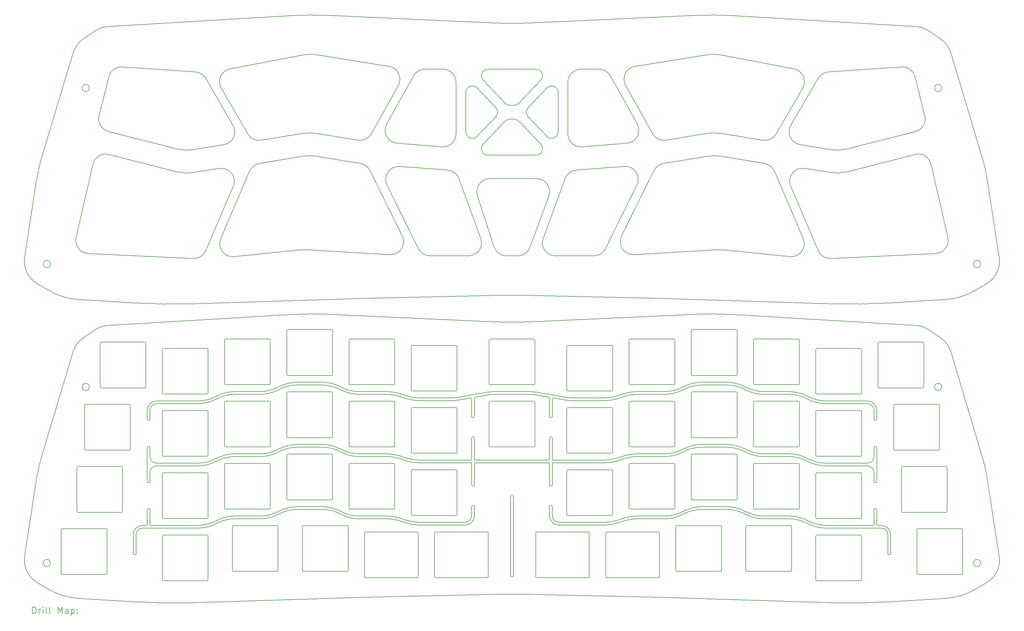
<source format=gbr>
%TF.GenerationSoftware,KiCad,Pcbnew,(6.0.7)*%
%TF.CreationDate,2022-09-18T01:13:12+03:00*%
%TF.ProjectId,tl40_fr4_gerbers,746c3430-5f66-4723-945f-676572626572,rev?*%
%TF.SameCoordinates,Original*%
%TF.FileFunction,Drillmap*%
%TF.FilePolarity,Positive*%
%FSLAX45Y45*%
G04 Gerber Fmt 4.5, Leading zero omitted, Abs format (unit mm)*
G04 Created by KiCad (PCBNEW (6.0.7)) date 2022-09-18 01:13:12*
%MOMM*%
%LPD*%
G01*
G04 APERTURE LIST*
%ADD10C,0.200000*%
G04 APERTURE END LIST*
D10*
X4463408Y-3154477D02*
G75*
G03*
X4047960Y-3456524I-27392J-399061D01*
G01*
X30783582Y-5940496D02*
X29823623Y-2733970D01*
X9560770Y-1588357D02*
X4029384Y-1918421D01*
X11672324Y-5401151D02*
G75*
G03*
X12086139Y-5200838I64279J394805D01*
G01*
X29541438Y-3801538D02*
G75*
G03*
X29541438Y-3801538I-110000J0D01*
G01*
X12086139Y-5200838D02*
X12906581Y-3726367D01*
X8711282Y-5402046D02*
X10001718Y-5191937D01*
X14674561Y-3626788D02*
G75*
G03*
X14274563Y-3226788I-399998J2D01*
G01*
X7565927Y-5539688D02*
X6631269Y-5691869D01*
X2259563Y-9195038D02*
G75*
G03*
X2259563Y-9195038I-110000J0D01*
G01*
X16787499Y-10150754D02*
X20865813Y-10241788D01*
X30732063Y-9195038D02*
G75*
G03*
X30732063Y-9195038I-110000J0D01*
G01*
X22783411Y-2789999D02*
G75*
G03*
X22369368Y-2783603I-225278J-1178667D01*
G01*
X22769908Y-5191937D02*
G75*
G03*
X22384218Y-5191937I-192845J-1184401D01*
G01*
X24060344Y-5402046D02*
X22769908Y-5191937D01*
X24060343Y-5402049D02*
G75*
G03*
X24470430Y-5208290I64279J394804D01*
G01*
X14243236Y-5602907D02*
G75*
G03*
X14674563Y-5204133I31326J398771D01*
G01*
X10387408Y-5191937D02*
X11672324Y-5401148D01*
X1988044Y-5940496D02*
G75*
G03*
X1836314Y-6613066I4789939J-1433999D01*
G01*
X31300404Y-8982517D02*
X30935312Y-6613066D01*
X7011236Y-3505520D02*
X7847450Y-4943842D01*
X22384218Y-5191937D02*
X21099301Y-5401148D01*
X20685489Y-5200836D02*
G75*
G03*
X21099301Y-5401148I349534J194491D01*
G01*
X30935312Y-6613066D02*
G75*
G03*
X30783582Y-5940496I-4941659J-761430D01*
G01*
X8301198Y-5208289D02*
G75*
G03*
X8711282Y-5402046I345805J201043D01*
G01*
X7011238Y-3505519D02*
G75*
G03*
X6692823Y-3307504I-345805J-201046D01*
G01*
X15832556Y-1810753D02*
X10828809Y-1579811D01*
X11905813Y-10241788D02*
X15984127Y-10150754D01*
X10387408Y-5191937D02*
G75*
G03*
X10001718Y-5191937I-192845J-1184401D01*
G01*
X1836314Y-6613066D02*
X1471221Y-8982517D01*
X16787499Y-10150754D02*
G75*
G03*
X15984127Y-10150754I-401686J-17995684D01*
G01*
X3101276Y-10276220D02*
X4878658Y-10385597D01*
X3450188Y-3801538D02*
G75*
G03*
X3450188Y-3801538I-110000J0D01*
G01*
X10402258Y-2783603D02*
G75*
G03*
X9988215Y-2789999I-188765J-1185063D01*
G01*
X1853589Y-9792306D02*
X2203366Y-9999898D01*
X12619970Y-3136855D02*
X10402258Y-2783603D01*
X4463408Y-3154477D02*
X6692823Y-3307504D01*
X13719744Y-3226788D02*
X14274563Y-3226788D01*
X1471221Y-8982517D02*
G75*
G03*
X1853589Y-9792306I790669J-121829D01*
G01*
X23210856Y-1588357D02*
G75*
G03*
X21942817Y-1579811I-714783J-11978718D01*
G01*
X14243237Y-5602904D02*
X12870728Y-5495084D01*
X12552521Y-4901822D02*
X13370211Y-3432297D01*
X3264779Y-2301711D02*
G75*
G03*
X2948003Y-2733970I449617J-661699D01*
G01*
X4029384Y-1918422D02*
G75*
G03*
X3627420Y-2055301I47649J-798574D01*
G01*
X10828809Y-1579810D02*
G75*
G03*
X9560770Y-1588357I-553256J-11987265D01*
G01*
X3627420Y-2055301D02*
X3264779Y-2301711D01*
X15832556Y-1810753D02*
G75*
G03*
X16939070Y-1810753I553257J11987220D01*
G01*
X2948003Y-2733970D02*
X1988044Y-5940496D01*
X28742242Y-1918421D02*
X23210856Y-1588357D01*
X3749551Y-4650160D02*
X4047960Y-3456524D01*
X13719744Y-3226788D02*
G75*
G03*
X13370211Y-3432297I-1J-399998D01*
G01*
X14674563Y-3626788D02*
X14674563Y-5204133D01*
X9988215Y-2789999D02*
X7758971Y-3216074D01*
X21942817Y-1579811D02*
X16939070Y-1810753D01*
X3749551Y-4650160D02*
G75*
G03*
X4038912Y-5134807I388056J-97015D01*
G01*
X12906584Y-3726368D02*
G75*
G03*
X12619970Y-3136855I-349531J194493D01*
G01*
X7565927Y-5539687D02*
G75*
G03*
X7847450Y-4943842I-64284J394802D01*
G01*
X30918037Y-9792307D02*
G75*
G03*
X31300404Y-8982517I-408304J687962D01*
G01*
X7758972Y-3216080D02*
G75*
G03*
X7488259Y-3810006I75091J-392886D01*
G01*
X12552522Y-4901822D02*
G75*
G03*
X12870728Y-5495084I349532J-194491D01*
G01*
X2203366Y-9999898D02*
G75*
G03*
X3101276Y-10276220I1020756J1719904D01*
G01*
X6142336Y-5670364D02*
X4038912Y-5134807D01*
X6142336Y-5670364D02*
G75*
G03*
X6631269Y-5691869I296087J1162899D01*
G01*
X7488259Y-3810006D02*
X8301195Y-5208290D01*
X4049819Y-5837584D02*
X6142336Y-6370364D01*
X28723668Y-3456524D02*
G75*
G03*
X28308217Y-3154477I-388055J-97012D01*
G01*
X7853821Y-6815120D02*
X7013818Y-8781305D01*
X7853821Y-6815120D02*
G75*
G03*
X7421702Y-6263170I-367837J157149D01*
G01*
X20219105Y-4901822D02*
X19401414Y-3432297D01*
X26629290Y-5670364D02*
X28732714Y-5134807D01*
X26078803Y-3307505D02*
G75*
G03*
X25760390Y-3505520I27390J-399060D01*
G01*
X10066573Y-8756712D02*
X12647944Y-8902930D01*
X13523757Y-8719300D02*
G75*
G03*
X13882213Y-8941788I358456J177515D01*
G01*
X14418440Y-6316667D02*
X12952057Y-6201473D01*
X25760390Y-3505520D02*
X24924176Y-4943842D01*
X22896219Y-8761144D02*
G75*
G03*
X22705053Y-8756712I-123306J-1193662D01*
G01*
X19900898Y-5495087D02*
G75*
G03*
X20219105Y-4901822I-31326J398772D01*
G01*
X28721807Y-5837584D02*
X26629290Y-6370364D01*
X10387408Y-5891937D02*
G75*
G03*
X10001718Y-5891937I-192845J-1184401D01*
G01*
X25283372Y-3810009D02*
G75*
G03*
X25012655Y-3216074I-345809J201044D01*
G01*
X29210349Y-6135668D02*
G75*
G03*
X28721807Y-5837584I-389847J-89548D01*
G01*
X29725970Y-8380396D02*
X29210350Y-6135667D01*
X29355314Y-8869485D02*
G75*
G03*
X29725970Y-8380396I-19192J399540D01*
G01*
X26144836Y-9023695D02*
X29355314Y-8869485D01*
X20151656Y-3136858D02*
G75*
G03*
X19865044Y-3726367I62917J-395017D01*
G01*
X7471515Y-8412187D02*
X8353136Y-6348587D01*
X13882213Y-8941788D02*
X15054905Y-8941788D01*
X18528389Y-5602904D02*
X19900898Y-5495084D01*
X7471514Y-8412187D02*
G75*
G03*
X7880452Y-8967219I367839J-157148D01*
G01*
X20151656Y-3136855D02*
X22369368Y-2783603D01*
X29022075Y-4650160D02*
X28723666Y-3456524D01*
X10066573Y-8756711D02*
G75*
G03*
X9875407Y-8761143I-67860J-1198094D01*
G01*
X13029019Y-8326058D02*
X12040805Y-6330535D01*
X8656691Y-6110935D02*
X10001718Y-5891937D01*
X12952057Y-6201472D02*
G75*
G03*
X12562276Y-6777757I-31324J-398774D01*
G01*
X12562276Y-6777757D02*
X13523758Y-8719300D01*
X15430580Y-8404425D02*
X14762788Y-6578076D01*
X25757806Y-8781306D02*
G75*
G03*
X26144836Y-9023695I367837J157151D01*
G01*
X26140357Y-6391869D02*
X25349924Y-6263170D01*
X22783411Y-2789999D02*
X25012655Y-3216074D01*
X6626790Y-9023693D02*
G75*
G03*
X7013818Y-8781305I19193J399538D01*
G01*
X18097063Y-3626788D02*
X18097063Y-5204133D01*
X19401414Y-3432297D02*
G75*
G03*
X19051882Y-3226788I-349532J-194489D01*
G01*
X18097066Y-5204133D02*
G75*
G03*
X18528389Y-5602904I399997J-3D01*
G01*
X4049819Y-5837583D02*
G75*
G03*
X3561275Y-6135667I-98696J-387633D01*
G01*
X6626790Y-9023695D02*
X3416311Y-8869485D01*
X28308217Y-3154477D02*
X26078803Y-3307504D01*
X6631269Y-6391869D02*
X7421702Y-6263170D01*
X8656691Y-6110935D02*
G75*
G03*
X8353136Y-6348587I64282J-394801D01*
G01*
X7880452Y-8967219D02*
X9875407Y-8761143D01*
X12647943Y-8902939D02*
G75*
G03*
X13029019Y-8326058I22620J399364D01*
G01*
X12040805Y-6330535D02*
G75*
G03*
X11746633Y-6113246I-358453J-177510D01*
G01*
X15054905Y-8941787D02*
G75*
G03*
X15430580Y-8404425I-2J400001D01*
G01*
X24924176Y-4943842D02*
G75*
G03*
X25205699Y-5539688I345807J-201044D01*
G01*
X25205699Y-5539688D02*
X26140357Y-5691869D01*
X3045655Y-8380396D02*
G75*
G03*
X3416311Y-8869485I389848J-89549D01*
G01*
X26140357Y-6391868D02*
G75*
G03*
X26629290Y-6370364I192846J1184403D01*
G01*
X19051882Y-3226788D02*
X18497063Y-3226788D01*
X3045655Y-8380396D02*
X3561275Y-6135667D01*
X10387408Y-5891937D02*
X11746633Y-6113246D01*
X6142336Y-6370364D02*
G75*
G03*
X6631269Y-6391869I296087J1162899D01*
G01*
X14762785Y-6578077D02*
G75*
G03*
X14418440Y-6316667I-375673J-137358D01*
G01*
X22769908Y-5891937D02*
G75*
G03*
X22384218Y-5891937I-192845J-1184401D01*
G01*
X18497063Y-3226785D02*
G75*
G03*
X18097063Y-3626788I0J-400000D01*
G01*
X20685487Y-5200838D02*
X19865044Y-3726367D01*
X25283367Y-3810006D02*
X24470430Y-5208290D01*
X28732715Y-5134812D02*
G75*
G03*
X29022075Y-4650160I-98702J387637D01*
G01*
X26140357Y-5691868D02*
G75*
G03*
X26629290Y-5670364I192846J1184403D01*
G01*
X16176671Y-4269256D02*
G75*
G03*
X16321696Y-4331531I145022J137720D01*
G01*
X17264201Y-5522816D02*
X16594954Y-4818073D01*
X17119175Y-5860538D02*
X15652439Y-5860538D01*
X22384218Y-5891937D02*
X21024993Y-6113246D01*
X16321696Y-4331531D02*
X16449929Y-4331531D01*
X19742606Y-8326058D02*
G75*
G03*
X20123682Y-8902930I358455J-177512D01*
G01*
X16594952Y-4818075D02*
G75*
G03*
X16449928Y-4755795I-145029J-137720D01*
G01*
X15507413Y-5522814D02*
G75*
G03*
X15652439Y-5860538I145030J-137721D01*
G01*
X25300111Y-8412187D02*
X24418490Y-6348587D01*
X25349923Y-6263175D02*
G75*
G03*
X24917805Y-6815120I-64280J-394801D01*
G01*
X18889413Y-8941787D02*
G75*
G03*
X19247868Y-8719300I0J400001D01*
G01*
X18353186Y-6316665D02*
G75*
G03*
X18008838Y-6578076I31327J-398771D01*
G01*
X24114935Y-6110935D02*
X22769908Y-5891937D01*
X24418490Y-6348587D02*
G75*
G03*
X24114935Y-6110935I-367837J-157149D01*
G01*
X22705053Y-8756712D02*
X20123682Y-8902930D01*
X19742607Y-8326058D02*
X20730821Y-6330535D01*
X21024993Y-6113247D02*
G75*
G03*
X20730821Y-6330535I64280J-394799D01*
G01*
X18889413Y-8941788D02*
X17716721Y-8941788D01*
X18353186Y-6316667D02*
X19819569Y-6201473D01*
X17119175Y-5860535D02*
G75*
G03*
X17264201Y-5522816I-2J200000D01*
G01*
X17264214Y-3564519D02*
G75*
G03*
X17119182Y-3226791I-145031J137723D01*
G01*
X16594954Y-4269254D02*
X17264209Y-3564514D01*
X16176672Y-4818072D02*
X15507413Y-5522815D01*
X16321697Y-4755795D02*
X16449928Y-4755795D01*
X16449929Y-4331529D02*
G75*
G03*
X16594954Y-4269254I4J199994D01*
G01*
X15507416Y-3564526D02*
X16176672Y-4269255D01*
X17341045Y-8404425D02*
G75*
G03*
X17716721Y-8941788I375678J-137361D01*
G01*
X20209348Y-6777756D02*
G75*
G03*
X19819569Y-6201473I-358455J177511D01*
G01*
X20209350Y-6777757D02*
X19247868Y-8719300D01*
X17341046Y-8404425D02*
X18008838Y-6578076D01*
X24891173Y-8967219D02*
G75*
G03*
X25300111Y-8412187I41100J397884D01*
G01*
X24891173Y-8967219D02*
X22896219Y-8761143D01*
X24917805Y-6815120D02*
X25757807Y-8781305D01*
X15652439Y-3226806D02*
G75*
G03*
X15507416Y-3564526I4J-200000D01*
G01*
X15652439Y-3226802D02*
X17119182Y-3226791D01*
X26219993Y-10410640D02*
G75*
G03*
X27892968Y-10385597I567370J17991015D01*
G01*
X27892968Y-10385597D02*
X29670350Y-10276220D01*
X29823621Y-2733971D02*
G75*
G03*
X29506846Y-2301711I-766388J-229435D01*
G01*
X29506846Y-2301711D02*
X29144206Y-2055301D01*
X29144206Y-2055301D02*
G75*
G03*
X28742242Y-1918421I-449613J-661695D01*
G01*
X6551633Y-10410640D02*
X11905813Y-10241788D01*
X30568259Y-9999898D02*
X30918037Y-9792306D01*
X20865813Y-10241788D02*
X26219993Y-10410640D01*
X29670350Y-10276221D02*
G75*
G03*
X30568259Y-9999898I-122847J1996225D01*
G01*
X4878658Y-10385597D02*
G75*
G03*
X6551633Y-10410640I1105605J17965972D01*
G01*
X16564920Y-8941783D02*
G75*
G03*
X16940594Y-8679151I3J399998D01*
G01*
X15319588Y-5285087D02*
X15892891Y-4681387D01*
X14974564Y-5147364D02*
G75*
G03*
X15319588Y-5285087I199999J-2D01*
G01*
X14974563Y-5147364D02*
X14974563Y-3939974D01*
X17797066Y-3939967D02*
G75*
G03*
X17452034Y-3802243I-200003J2D01*
G01*
X17797049Y-5147364D02*
X17797059Y-3939967D01*
X17512356Y-7115440D02*
G75*
G03*
X17136680Y-6578076I-375673J137364D01*
G01*
X15892890Y-4405940D02*
X15319587Y-3802249D01*
X16878731Y-4681386D02*
X17452023Y-5285084D01*
X15837518Y-8664849D02*
X15331913Y-7101138D01*
X16321697Y-4755798D02*
G75*
G03*
X16176672Y-4818072I-4J-199998D01*
G01*
X15892893Y-4681389D02*
G75*
G03*
X15892890Y-4405940I-145030J137723D01*
G01*
X17512355Y-7115439D02*
X16940594Y-8679151D01*
X15712513Y-6578075D02*
G75*
G03*
X15331913Y-7101138I0J-400001D01*
G01*
X16564920Y-8941788D02*
X16218118Y-8941788D01*
X16878734Y-4405942D02*
G75*
G03*
X16878731Y-4681386I145029J-137723D01*
G01*
X15837513Y-8664851D02*
G75*
G03*
X16218118Y-8941788I380600J123066D01*
G01*
X17452034Y-3802243D02*
X16878732Y-4405941D01*
X15319586Y-3802250D02*
G75*
G03*
X14974563Y-3939974I-145023J-137725D01*
G01*
X15712513Y-6578076D02*
X17136680Y-6578076D01*
X17452026Y-5285081D02*
G75*
G03*
X17797049Y-5147364I145027J137715D01*
G01*
X29541438Y-12953775D02*
G75*
G03*
X29541438Y-12953775I-110000J0D01*
G01*
X3450188Y-12953775D02*
G75*
G03*
X3450188Y-12953775I-110000J0D01*
G01*
X30732063Y-18347275D02*
G75*
G03*
X30732063Y-18347275I-110000J0D01*
G01*
X2259563Y-18347275D02*
G75*
G03*
X2259563Y-18347275I-110000J0D01*
G01*
X27442063Y-17194275D02*
G75*
G03*
X27467063Y-17169275I0J25000D01*
G01*
X27442063Y-17194275D02*
X26003254Y-17194275D01*
X27467063Y-16709275D02*
X27467063Y-17169275D01*
X27552063Y-17169275D02*
G75*
G03*
X27577063Y-17194275I25000J0D01*
G01*
X27552063Y-17169275D02*
X27552063Y-16709275D01*
X27692375Y-17194275D02*
X27577063Y-17194275D01*
X27692375Y-17279275D02*
X26003254Y-17279275D01*
X27977373Y-17479275D02*
G75*
G03*
X27692375Y-17194275I-285000J0D01*
G01*
X27892375Y-17479274D02*
G75*
G03*
X27692375Y-17279274I-200002J-2D01*
G01*
X27892375Y-18069025D02*
X27892375Y-17479274D01*
X27977375Y-18069025D02*
X27977375Y-17479275D01*
X27952375Y-18094028D02*
G75*
G03*
X27977375Y-18069025I-3J25003D01*
G01*
X27952375Y-18094025D02*
X27917375Y-18094025D01*
X27892373Y-18069025D02*
G75*
G03*
X27917375Y-18094025I25000J0D01*
G01*
X5079250Y-17194273D02*
G75*
G03*
X4794250Y-17479274I3J-285003D01*
G01*
X4794250Y-18069025D02*
X4794250Y-17479274D01*
X5079250Y-17194274D02*
X5194563Y-17194274D01*
X5079250Y-17279273D02*
G75*
G03*
X4879250Y-17479275I3J-200003D01*
G01*
X4879250Y-18069025D02*
X4879250Y-17479275D01*
X5079250Y-17279275D02*
X6768372Y-17279275D01*
X5304563Y-17169275D02*
G75*
G03*
X5329563Y-17194275I25000J0D01*
G01*
X5329563Y-17194275D02*
X6768372Y-17194275D01*
X5304563Y-16709275D02*
X5304563Y-17169275D01*
X5194563Y-17194276D02*
G75*
G03*
X5219563Y-17169274I0J25000D01*
G01*
X5219563Y-16709275D02*
X5219563Y-17169274D01*
X4854250Y-18094023D02*
G75*
G03*
X4879250Y-18069025I3J24998D01*
G01*
X4854250Y-18094025D02*
X4819250Y-18094025D01*
X4794253Y-18069025D02*
G75*
G03*
X4819250Y-18094025I25000J0D01*
G01*
X17162904Y-13118118D02*
X17989972Y-13269433D01*
X14781654Y-13269433D02*
X15608722Y-13118118D01*
X5304564Y-15574275D02*
X5304564Y-15859275D01*
X5304564Y-14804275D02*
X5304564Y-15089275D01*
X5244564Y-14779276D02*
G75*
G03*
X5219564Y-14804275I-1J-24999D01*
G01*
X5219564Y-14804275D02*
X5219564Y-15859275D01*
X5279564Y-14779275D02*
X5244564Y-14779275D01*
X5304563Y-14804275D02*
G75*
G03*
X5279564Y-14779275I-25000J0D01*
G01*
X5279564Y-15884276D02*
G75*
G03*
X5304564Y-15859275I-1J25001D01*
G01*
X5279564Y-15884275D02*
X5244564Y-15884275D01*
X5219563Y-15859275D02*
G75*
G03*
X5244564Y-15884275I25000J0D01*
G01*
X5504563Y-15374277D02*
G75*
G03*
X5304565Y-15574277I-1J-199998D01*
G01*
X5304563Y-15089275D02*
G75*
G03*
X5504563Y-15289275I200000J0D01*
G01*
X6768372Y-15374275D02*
X5504563Y-15374275D01*
X5504563Y-15289275D02*
X6768372Y-15289275D01*
X5244563Y-16684276D02*
G75*
G03*
X5219563Y-16709275I0J-25000D01*
G01*
X5244563Y-16684275D02*
X5279563Y-16684275D01*
X5304563Y-16709275D02*
G75*
G03*
X5279563Y-16684275I-25000J0D01*
G01*
X17618938Y-16614025D02*
X17618938Y-16899025D01*
X27467063Y-15574275D02*
X27467063Y-15859275D01*
X27467063Y-14804275D02*
X27467063Y-15089275D01*
X27467063Y-13669275D02*
X27467063Y-13954275D01*
X5219563Y-13669275D02*
X5219563Y-13954275D01*
X5219564Y-13954275D02*
G75*
G03*
X5244563Y-13979275I24999J-1D01*
G01*
X5244563Y-13979275D02*
X5279563Y-13979275D01*
X5279563Y-13979275D02*
G75*
G03*
X5304563Y-13954275I0J25000D01*
G01*
X5304563Y-13669275D02*
X5304563Y-13954275D01*
X5504564Y-13469275D02*
G75*
G03*
X5304563Y-13669275I-1J-200000D01*
G01*
X5504563Y-13384275D02*
G75*
G03*
X5219563Y-13669275I0J-285000D01*
G01*
X6768372Y-13469275D02*
X5504563Y-13469275D01*
X5504563Y-13384275D02*
X6768372Y-13384275D01*
X17508938Y-15194020D02*
G75*
G03*
X17533938Y-15169025I5J24995D01*
G01*
X17533938Y-14994025D02*
X17533938Y-15169025D01*
X17333938Y-15194025D02*
X17508938Y-15194025D01*
X17533943Y-15304025D02*
G75*
G03*
X17508938Y-15279025I-25000J0D01*
G01*
X17508938Y-15279025D02*
X17333938Y-15279025D01*
X17533938Y-15304025D02*
X17533938Y-15479025D01*
X17643938Y-15279030D02*
G75*
G03*
X17618938Y-15304025I-5J-24995D01*
G01*
X17618938Y-15479025D02*
X17618938Y-15304025D01*
X17818938Y-15279025D02*
X17643938Y-15279025D01*
X17618933Y-15169025D02*
G75*
G03*
X17643938Y-15194025I25000J0D01*
G01*
X17618938Y-14994025D02*
X17618938Y-15169025D01*
X17643938Y-15194025D02*
X17818938Y-15194025D01*
X15152683Y-15304025D02*
G75*
G03*
X15127688Y-15279025I-25000J0D01*
G01*
X15152688Y-15479025D02*
X15152688Y-15304025D01*
X14952688Y-15279025D02*
X15127688Y-15279025D01*
X15262688Y-15279030D02*
G75*
G03*
X15237688Y-15304025I-5J-24995D01*
G01*
X15237688Y-15479025D02*
X15237688Y-15304025D01*
X15262688Y-15279025D02*
X15437688Y-15279025D01*
X15237683Y-15169025D02*
G75*
G03*
X15262688Y-15194025I25000J0D01*
G01*
X15262688Y-15194025D02*
X15437688Y-15194025D01*
X15237688Y-15169025D02*
X15237688Y-14994025D01*
X15127688Y-15194020D02*
G75*
G03*
X15152688Y-15169025I5J24995D01*
G01*
X14952688Y-15194025D02*
X15127688Y-15194025D01*
X15152688Y-14994026D02*
X15152688Y-15169025D01*
X15152688Y-14513776D02*
X15152688Y-14994026D01*
X6768372Y-15374275D02*
G75*
G03*
X7309950Y-15245113I1J1200000D01*
G01*
X7364176Y-15217688D02*
X7309950Y-15245113D01*
X7905754Y-15088526D02*
G75*
G03*
X7364176Y-15217688I-2J-1199999D01*
G01*
X8673372Y-15088525D02*
X7905754Y-15088525D01*
X17618938Y-15479025D02*
X17618938Y-15959275D01*
X17818938Y-15279025D02*
X19240206Y-15279025D01*
X17818938Y-15194025D02*
X19240206Y-15194025D01*
X17618938Y-14513775D02*
X17618938Y-14994025D01*
X17989972Y-13354432D02*
G75*
G03*
X18205932Y-13374025I215961J1180407D01*
G01*
X19240206Y-13374025D02*
X18205932Y-13374025D01*
X17648437Y-13291948D02*
X17989972Y-13354433D01*
X17989972Y-13269432D02*
G75*
G03*
X18205931Y-13289025I215961J1180407D01*
G01*
X18205931Y-13289025D02*
X19240206Y-13289025D01*
X17162904Y-13203118D02*
G75*
G03*
X16946945Y-13183525I-215961J-1180407D01*
G01*
X17162904Y-13203118D02*
X17513437Y-13267249D01*
X16946945Y-13183525D02*
X15824681Y-13183525D01*
X17162904Y-13118118D02*
G75*
G03*
X16946945Y-13098525I-215961J-1180407D01*
G01*
X15824681Y-13098525D02*
X16946945Y-13098525D01*
X15824681Y-13183525D02*
G75*
G03*
X15608722Y-13203118I2J-1200000D01*
G01*
X15258189Y-13267249D02*
X15608722Y-13203118D01*
X15824681Y-13098525D02*
G75*
G03*
X15608722Y-13118118I2J-1200000D01*
G01*
X14565695Y-13374026D02*
G75*
G03*
X14781654Y-13354433I-2J1200000D01*
G01*
X14781654Y-13354433D02*
X15123189Y-13291948D01*
X14565695Y-13374025D02*
X13531420Y-13374025D01*
X14565695Y-13289026D02*
G75*
G03*
X14781654Y-13269433I-2J1200000D01*
G01*
X13531420Y-13289025D02*
X14565695Y-13289025D01*
X15152678Y-13316540D02*
G75*
G03*
X15123189Y-13291948I-24995J4D01*
G01*
X15152688Y-13863775D02*
X15152688Y-13316540D01*
X15258189Y-13267249D02*
G75*
G03*
X15237688Y-13291841I4504J-24596D01*
G01*
X15237688Y-13863775D02*
X15237688Y-13291841D01*
X17533938Y-13291841D02*
G75*
G03*
X17513437Y-13267249I-25005J-4D01*
G01*
X17533938Y-13863775D02*
X17533938Y-13291841D01*
X17648439Y-13291938D02*
G75*
G03*
X17618938Y-13316540I-4496J-24598D01*
G01*
X17618938Y-13863775D02*
X17618938Y-13316540D01*
X17533938Y-15479025D02*
X17533938Y-15959275D01*
X17333938Y-15279025D02*
X15437688Y-15279025D01*
X15437688Y-15194025D02*
X17333938Y-15194025D01*
X17533938Y-14513775D02*
X17533938Y-14994025D01*
X15237688Y-14513775D02*
X15237688Y-14994025D01*
X15237688Y-15479025D02*
X15237688Y-15959275D01*
X15152688Y-15479025D02*
X15152688Y-15959275D01*
X13531420Y-15279025D02*
X14952688Y-15279025D01*
X13531420Y-15194025D02*
X14952688Y-15194025D01*
X16428313Y-16311650D02*
X16428313Y-18739026D01*
X16343313Y-16311650D02*
X16343313Y-18739026D01*
X16368313Y-16286645D02*
G75*
G03*
X16343313Y-16311650I0J-25000D01*
G01*
X16368313Y-16286650D02*
X16403313Y-16286650D01*
X16428318Y-16311650D02*
G75*
G03*
X16403313Y-16286650I-25005J-5D01*
G01*
X16343313Y-18739026D02*
G75*
G03*
X16368313Y-18764026I25000J0D01*
G01*
X16368313Y-18764026D02*
X16403313Y-18764026D01*
X16403313Y-18764025D02*
G75*
G03*
X16428313Y-18739026I0J25000D01*
G01*
X19240206Y-17184025D02*
X17818938Y-17184025D01*
X17818938Y-17099025D02*
X19240206Y-17099025D01*
X17558938Y-16589030D02*
G75*
G03*
X17533938Y-16614025I-5J-24995D01*
G01*
X17533938Y-16899025D02*
X17533938Y-16614025D01*
X17558938Y-16589025D02*
X17593938Y-16589025D01*
X17618943Y-16614025D02*
G75*
G03*
X17593938Y-16589025I-25000J0D01*
G01*
X17618943Y-16899025D02*
G75*
G03*
X17818938Y-17099025I200000J0D01*
G01*
X17533943Y-16899025D02*
G75*
G03*
X17818938Y-17184025I285000J0D01*
G01*
X17533933Y-13863775D02*
G75*
G03*
X17558938Y-13888775I25000J0D01*
G01*
X17558938Y-13888775D02*
X17593938Y-13888775D01*
X17593938Y-13888770D02*
G75*
G03*
X17618938Y-13863775I5J24995D01*
G01*
X17533933Y-15959275D02*
G75*
G03*
X17558938Y-15984275I25000J0D01*
G01*
X17558938Y-15984275D02*
X17593938Y-15984275D01*
X17593938Y-15984270D02*
G75*
G03*
X17618938Y-15959275I5J24995D01*
G01*
X17558938Y-14488780D02*
G75*
G03*
X17533938Y-14513775I-5J-24995D01*
G01*
X17558938Y-14488775D02*
X17593938Y-14488775D01*
X17618943Y-14513775D02*
G75*
G03*
X17593938Y-14488775I-25000J0D01*
G01*
X14952688Y-17184025D02*
X13531420Y-17184025D01*
X13531420Y-17099025D02*
X14952688Y-17099025D01*
X15177688Y-16589030D02*
G75*
G03*
X15152688Y-16614025I-5J-24995D01*
G01*
X15152688Y-16614025D02*
X15152688Y-16899025D01*
X15177688Y-16589025D02*
X15212688Y-16589025D01*
X15237693Y-16614025D02*
G75*
G03*
X15212688Y-16589025I-25000J0D01*
G01*
X15237688Y-16614025D02*
X15237688Y-16899025D01*
X14952688Y-17099020D02*
G75*
G03*
X15152688Y-16899025I5J199995D01*
G01*
X14952688Y-17184030D02*
G75*
G03*
X15237688Y-16899025I-5J285005D01*
G01*
X15152683Y-15959275D02*
G75*
G03*
X15177688Y-15984275I25000J0D01*
G01*
X15177688Y-15984275D02*
X15212688Y-15984275D01*
X15212688Y-15984270D02*
G75*
G03*
X15237688Y-15959275I5J24995D01*
G01*
X15152683Y-13863775D02*
G75*
G03*
X15177688Y-13888775I25000J0D01*
G01*
X15177688Y-13888775D02*
X15212688Y-13888775D01*
X15212688Y-13888770D02*
G75*
G03*
X15237688Y-13863775I5J24995D01*
G01*
X15177688Y-14488780D02*
G75*
G03*
X15152688Y-14513775I-5J-24995D01*
G01*
X15177688Y-14488775D02*
X15212688Y-14488775D01*
X15237693Y-14513775D02*
G75*
G03*
X15212688Y-14488775I-25000J0D01*
G01*
X19287688Y-18794025D02*
X20865813Y-18794025D01*
X19287688Y-17394025D02*
X20865813Y-17394025D01*
X18722688Y-18794025D02*
X17144563Y-18794025D01*
X17144563Y-17394025D02*
X18722688Y-17394025D01*
X14048938Y-18794025D02*
X15627063Y-18794025D01*
X14048938Y-17394025D02*
X15627063Y-17394025D01*
X13483938Y-18794025D02*
X11905813Y-18794025D01*
X11905813Y-17394025D02*
X13483938Y-17394025D01*
X7054563Y-18889275D02*
G75*
G03*
X7084563Y-18859275I0J30000D01*
G01*
X5684563Y-18859275D02*
G75*
G03*
X5714563Y-18889275I30000J0D01*
G01*
X7084563Y-17519275D02*
G75*
G03*
X7054563Y-17489275I-30000J0D01*
G01*
X5714563Y-17489275D02*
G75*
G03*
X5684563Y-17519275I0J-30000D01*
G01*
X7084563Y-17519275D02*
X7084563Y-18859275D01*
X5684563Y-17519275D02*
X5684563Y-18859275D01*
X5714563Y-18889275D02*
X7054563Y-18889275D01*
X5714563Y-17489275D02*
X7054563Y-17489275D01*
X27057063Y-18889275D02*
G75*
G03*
X27087063Y-18859275I0J30000D01*
G01*
X25687063Y-18859275D02*
G75*
G03*
X25717063Y-18889275I30000J0D01*
G01*
X27087063Y-17519275D02*
G75*
G03*
X27057063Y-17489275I-30000J0D01*
G01*
X25717063Y-17489275D02*
G75*
G03*
X25687063Y-17519275I0J-30000D01*
G01*
X27087063Y-17519275D02*
X27087063Y-18859275D01*
X25687063Y-17519275D02*
X25687063Y-18859275D01*
X25717063Y-18889275D02*
X27057063Y-18889275D01*
X25717063Y-17489275D02*
X27057063Y-17489275D01*
X20865813Y-18794025D02*
G75*
G03*
X20895813Y-18764025I0J30000D01*
G01*
X20895813Y-17424025D02*
G75*
G03*
X20865813Y-17394025I-30000J0D01*
G01*
X20895813Y-17424025D02*
X20895813Y-18764025D01*
X19257693Y-18764025D02*
G75*
G03*
X19287688Y-18794025I30000J0D01*
G01*
X19287688Y-17394020D02*
G75*
G03*
X19257688Y-17424025I5J-30005D01*
G01*
X19257688Y-17424025D02*
X19257688Y-18764025D01*
X18722688Y-18794030D02*
G75*
G03*
X18752688Y-18764025I-5J30005D01*
G01*
X18752683Y-17424025D02*
G75*
G03*
X18722688Y-17394025I-30000J0D01*
G01*
X18752688Y-17424025D02*
X18752688Y-18764025D01*
X17114563Y-18764025D02*
G75*
G03*
X17144563Y-18794025I30000J0D01*
G01*
X17144563Y-17394025D02*
G75*
G03*
X17114563Y-17424025I0J-30000D01*
G01*
X17114563Y-17424025D02*
X17114563Y-18764025D01*
X15627063Y-18794025D02*
G75*
G03*
X15657063Y-18764025I0J30000D01*
G01*
X15657063Y-17424025D02*
G75*
G03*
X15627063Y-17394025I-30000J0D01*
G01*
X15657063Y-17424025D02*
X15657063Y-18764025D01*
X14018943Y-18764025D02*
G75*
G03*
X14048938Y-18794025I30000J0D01*
G01*
X14048938Y-17394020D02*
G75*
G03*
X14018938Y-17424025I5J-30005D01*
G01*
X14018938Y-17424025D02*
X14018938Y-18764025D01*
X13483938Y-18794030D02*
G75*
G03*
X13513938Y-18764025I-5J30005D01*
G01*
X13513933Y-17424025D02*
G75*
G03*
X13483938Y-17394025I-30000J0D01*
G01*
X13513938Y-17424025D02*
X13513938Y-18764025D01*
X11875813Y-18764025D02*
G75*
G03*
X11905813Y-18794025I30000J0D01*
G01*
X11905813Y-17394025D02*
G75*
G03*
X11875813Y-17424025I0J-30000D01*
G01*
X11875813Y-17424025D02*
X11875813Y-18764025D01*
X30152688Y-18698780D02*
G75*
G03*
X30182688Y-18668775I-5J30005D01*
G01*
X28782693Y-18668775D02*
G75*
G03*
X28812688Y-18698775I30000J0D01*
G01*
X30182683Y-17328775D02*
G75*
G03*
X30152688Y-17298775I-30000J0D01*
G01*
X28812688Y-17298770D02*
G75*
G03*
X28782688Y-17328775I5J-30005D01*
G01*
X30182688Y-17328775D02*
X30182688Y-18668775D01*
X28782688Y-17328775D02*
X28782688Y-18668775D01*
X28812688Y-18698775D02*
X30152688Y-18698775D01*
X28812688Y-17298775D02*
X30152688Y-17298775D01*
X3958938Y-18698780D02*
G75*
G03*
X3988938Y-18668775I-5J30005D01*
G01*
X2588943Y-18668775D02*
G75*
G03*
X2618938Y-18698775I30000J0D01*
G01*
X3988933Y-17328775D02*
G75*
G03*
X3958938Y-17298775I-30000J0D01*
G01*
X2618938Y-17298770D02*
G75*
G03*
X2588938Y-17328775I5J-30005D01*
G01*
X3988938Y-17328775D02*
X3988938Y-18668775D01*
X2588938Y-17328775D02*
X2588938Y-18668775D01*
X2618938Y-18698775D02*
X3958938Y-18698775D01*
X2618938Y-17298775D02*
X3958938Y-17298775D01*
X24913938Y-18603530D02*
G75*
G03*
X24943938Y-18573525I-5J30005D01*
G01*
X23543943Y-18573525D02*
G75*
G03*
X23573938Y-18603525I30000J0D01*
G01*
X24943933Y-17233525D02*
G75*
G03*
X24913938Y-17203525I-30000J0D01*
G01*
X23573938Y-17203520D02*
G75*
G03*
X23543938Y-17233525I5J-30005D01*
G01*
X24943938Y-17233525D02*
X24943938Y-18573525D01*
X23543938Y-17233525D02*
X23543938Y-18573525D01*
X23573938Y-18603525D02*
X24913938Y-18603525D01*
X23573938Y-17203525D02*
X24913938Y-17203525D01*
X22770813Y-18603525D02*
G75*
G03*
X22800813Y-18573525I0J30000D01*
G01*
X21400813Y-18573525D02*
G75*
G03*
X21430813Y-18603525I30000J0D01*
G01*
X22800813Y-17233525D02*
G75*
G03*
X22770813Y-17203525I-30000J0D01*
G01*
X21430813Y-17203525D02*
G75*
G03*
X21400813Y-17233525I0J-30000D01*
G01*
X22800813Y-17233525D02*
X22800813Y-18573525D01*
X21400813Y-17233525D02*
X21400813Y-18573525D01*
X21430813Y-18603525D02*
X22770813Y-18603525D01*
X21430813Y-17203525D02*
X22770813Y-17203525D01*
X11340813Y-18603525D02*
G75*
G03*
X11370813Y-18573525I0J30000D01*
G01*
X9970813Y-18573525D02*
G75*
G03*
X10000813Y-18603525I30000J0D01*
G01*
X11370813Y-17233525D02*
G75*
G03*
X11340813Y-17203525I-30000J0D01*
G01*
X10000813Y-17203525D02*
G75*
G03*
X9970813Y-17233525I0J-30000D01*
G01*
X11370813Y-17233525D02*
X11370813Y-18573525D01*
X9970813Y-17233525D02*
X9970813Y-18573525D01*
X10000813Y-18603525D02*
X11340813Y-18603525D01*
X10000813Y-17203525D02*
X11340813Y-17203525D01*
X9197688Y-18603530D02*
G75*
G03*
X9227688Y-18573525I-5J30005D01*
G01*
X7827693Y-18573525D02*
G75*
G03*
X7857688Y-18603525I30000J0D01*
G01*
X9227683Y-17233525D02*
G75*
G03*
X9197688Y-17203525I-30000J0D01*
G01*
X7857688Y-17203520D02*
G75*
G03*
X7827688Y-17233525I5J-30005D01*
G01*
X9227688Y-17233525D02*
X9227688Y-18573525D01*
X7827688Y-17233525D02*
X7827688Y-18573525D01*
X7857688Y-18603525D02*
X9197688Y-18603525D01*
X7857688Y-17203525D02*
X9197688Y-17203525D01*
X27057063Y-16984275D02*
G75*
G03*
X27087063Y-16954275I0J30000D01*
G01*
X25687063Y-16954275D02*
G75*
G03*
X25717063Y-16984275I30000J0D01*
G01*
X27087063Y-15614275D02*
G75*
G03*
X27057063Y-15584275I-30000J0D01*
G01*
X25717063Y-15584275D02*
G75*
G03*
X25687063Y-15614275I0J-30000D01*
G01*
X27087063Y-15614275D02*
X27087063Y-16954275D01*
X25687063Y-15614275D02*
X25687063Y-16954275D01*
X25717063Y-16984275D02*
X27057063Y-16984275D01*
X25717063Y-15584275D02*
X27057063Y-15584275D01*
X7054563Y-16984275D02*
G75*
G03*
X7084563Y-16954275I0J30000D01*
G01*
X5684563Y-16954275D02*
G75*
G03*
X5714563Y-16984275I30000J0D01*
G01*
X7084563Y-15614275D02*
G75*
G03*
X7054563Y-15584275I-30000J0D01*
G01*
X5714563Y-15584275D02*
G75*
G03*
X5684563Y-15614275I0J-30000D01*
G01*
X7084563Y-15614275D02*
X7084563Y-16954275D01*
X5684563Y-15614275D02*
X5684563Y-16954275D01*
X5714563Y-16984275D02*
X7054563Y-16984275D01*
X5714563Y-15584275D02*
X7054563Y-15584275D01*
X19437063Y-16889025D02*
G75*
G03*
X19467063Y-16859025I0J30000D01*
G01*
X18067063Y-16859025D02*
G75*
G03*
X18097063Y-16889025I30000J0D01*
G01*
X19467063Y-15519025D02*
G75*
G03*
X19437063Y-15489025I-30000J0D01*
G01*
X18097063Y-15489025D02*
G75*
G03*
X18067063Y-15519025I0J-30000D01*
G01*
X19467063Y-15519025D02*
X19467063Y-16859025D01*
X18067063Y-15519025D02*
X18067063Y-16859025D01*
X18097063Y-16889025D02*
X19437063Y-16889025D01*
X18097063Y-15489025D02*
X19437063Y-15489025D01*
X14674563Y-16889025D02*
G75*
G03*
X14704563Y-16859025I0J30000D01*
G01*
X13304563Y-16859025D02*
G75*
G03*
X13334563Y-16889025I30000J0D01*
G01*
X14704563Y-15519025D02*
G75*
G03*
X14674563Y-15489025I-30000J0D01*
G01*
X13334563Y-15489025D02*
G75*
G03*
X13304563Y-15519025I0J-30000D01*
G01*
X14704563Y-15519025D02*
X14704563Y-16859025D01*
X13304563Y-15519025D02*
X13304563Y-16859025D01*
X13334563Y-16889025D02*
X14674563Y-16889025D01*
X13334563Y-15489025D02*
X14674563Y-15489025D01*
X29676438Y-16793780D02*
G75*
G03*
X29706438Y-16763775I-5J30005D01*
G01*
X28306443Y-16763775D02*
G75*
G03*
X28336438Y-16793775I30000J0D01*
G01*
X29706433Y-15423775D02*
G75*
G03*
X29676438Y-15393775I-30000J0D01*
G01*
X28336438Y-15393770D02*
G75*
G03*
X28306438Y-15423775I5J-30005D01*
G01*
X29706438Y-15423775D02*
X29706438Y-16763775D01*
X28306438Y-15423775D02*
X28306438Y-16763775D01*
X28336438Y-16793775D02*
X29676438Y-16793775D01*
X28336438Y-15393775D02*
X29676438Y-15393775D01*
X4435188Y-16793780D02*
G75*
G03*
X4465188Y-16763775I-5J30005D01*
G01*
X3065193Y-16763775D02*
G75*
G03*
X3095188Y-16793775I30000J0D01*
G01*
X4465183Y-15423775D02*
G75*
G03*
X4435188Y-15393775I-30000J0D01*
G01*
X3095188Y-15393770D02*
G75*
G03*
X3065188Y-15423775I5J-30005D01*
G01*
X4465188Y-15423775D02*
X4465188Y-16763775D01*
X3065188Y-15423775D02*
X3065188Y-16763775D01*
X3095188Y-16793775D02*
X4435188Y-16793775D01*
X3095188Y-15393775D02*
X4435188Y-15393775D01*
X25152063Y-16698525D02*
G75*
G03*
X25182063Y-16668525I0J30000D01*
G01*
X23782063Y-16668525D02*
G75*
G03*
X23812063Y-16698525I30000J0D01*
G01*
X25182063Y-15328525D02*
G75*
G03*
X25152063Y-15298525I-30000J0D01*
G01*
X23812063Y-15298525D02*
G75*
G03*
X23782063Y-15328525I0J-30000D01*
G01*
X25182063Y-15328525D02*
X25182063Y-16668525D01*
X23782063Y-15328525D02*
X23782063Y-16668525D01*
X23812063Y-16698525D02*
X25152063Y-16698525D01*
X23812063Y-15298525D02*
X25152063Y-15298525D01*
X21342063Y-16698525D02*
G75*
G03*
X21372063Y-16668525I0J30000D01*
G01*
X19972063Y-16668525D02*
G75*
G03*
X20002063Y-16698525I30000J0D01*
G01*
X21372063Y-15328525D02*
G75*
G03*
X21342063Y-15298525I-30000J0D01*
G01*
X20002063Y-15298525D02*
G75*
G03*
X19972063Y-15328525I0J-30000D01*
G01*
X21372063Y-15328525D02*
X21372063Y-16668525D01*
X19972063Y-15328525D02*
X19972063Y-16668525D01*
X20002063Y-16698525D02*
X21342063Y-16698525D01*
X20002063Y-15298525D02*
X21342063Y-15298525D01*
X12769563Y-16698525D02*
G75*
G03*
X12799563Y-16668525I0J30000D01*
G01*
X11399563Y-16668525D02*
G75*
G03*
X11429563Y-16698525I30000J0D01*
G01*
X12799563Y-15328525D02*
G75*
G03*
X12769563Y-15298525I-30000J0D01*
G01*
X11429563Y-15298525D02*
G75*
G03*
X11399563Y-15328525I0J-30000D01*
G01*
X12799563Y-15328525D02*
X12799563Y-16668525D01*
X11399563Y-15328525D02*
X11399563Y-16668525D01*
X11429563Y-16698525D02*
X12769563Y-16698525D01*
X11429563Y-15298525D02*
X12769563Y-15298525D01*
X8959563Y-16698525D02*
G75*
G03*
X8989563Y-16668525I0J30000D01*
G01*
X7589563Y-16668525D02*
G75*
G03*
X7619563Y-16698525I30000J0D01*
G01*
X8989563Y-15328525D02*
G75*
G03*
X8959563Y-15298525I-30000J0D01*
G01*
X7619563Y-15298525D02*
G75*
G03*
X7589563Y-15328525I0J-30000D01*
G01*
X8989563Y-15328525D02*
X8989563Y-16668525D01*
X7589563Y-15328525D02*
X7589563Y-16668525D01*
X7619563Y-16698525D02*
X8959563Y-16698525D01*
X7619563Y-15298525D02*
X8959563Y-15298525D01*
X23247063Y-16412775D02*
G75*
G03*
X23277063Y-16382775I0J30000D01*
G01*
X21877063Y-16382775D02*
G75*
G03*
X21907063Y-16412775I30000J0D01*
G01*
X23277063Y-15042775D02*
G75*
G03*
X23247063Y-15012775I-30000J0D01*
G01*
X21907063Y-15012775D02*
G75*
G03*
X21877063Y-15042775I0J-30000D01*
G01*
X23277063Y-15042775D02*
X23277063Y-16382775D01*
X21877063Y-15042775D02*
X21877063Y-16382775D01*
X21907063Y-16412775D02*
X23247063Y-16412775D01*
X21907063Y-15012775D02*
X23247063Y-15012775D01*
X10864563Y-16412775D02*
G75*
G03*
X10894563Y-16382775I0J30000D01*
G01*
X9494563Y-16382775D02*
G75*
G03*
X9524563Y-16412775I30000J0D01*
G01*
X10894563Y-15042775D02*
G75*
G03*
X10864563Y-15012775I-30000J0D01*
G01*
X9524563Y-15012775D02*
G75*
G03*
X9494563Y-15042775I0J-30000D01*
G01*
X10894563Y-15042775D02*
X10894563Y-16382775D01*
X9494563Y-15042775D02*
X9494563Y-16382775D01*
X9524563Y-16412775D02*
X10864563Y-16412775D01*
X9524563Y-15012775D02*
X10864563Y-15012775D01*
X27057063Y-15079275D02*
G75*
G03*
X27087063Y-15049275I0J30000D01*
G01*
X25687063Y-15049275D02*
G75*
G03*
X25717063Y-15079275I30000J0D01*
G01*
X27087063Y-13709275D02*
G75*
G03*
X27057063Y-13679275I-30000J0D01*
G01*
X25717063Y-13679275D02*
G75*
G03*
X25687063Y-13709275I0J-30000D01*
G01*
X27087063Y-13709275D02*
X27087063Y-15049275D01*
X25687063Y-13709275D02*
X25687063Y-15049275D01*
X25717063Y-15079275D02*
X27057063Y-15079275D01*
X25717063Y-13679275D02*
X27057063Y-13679275D01*
X7054563Y-15079275D02*
G75*
G03*
X7084563Y-15049275I0J30000D01*
G01*
X5684563Y-15049275D02*
G75*
G03*
X5714563Y-15079275I30000J0D01*
G01*
X7084563Y-13709275D02*
G75*
G03*
X7054563Y-13679275I-30000J0D01*
G01*
X5714563Y-13679275D02*
G75*
G03*
X5684563Y-13709275I0J-30000D01*
G01*
X7084563Y-13709275D02*
X7084563Y-15049275D01*
X5684563Y-13709275D02*
X5684563Y-15049275D01*
X5714563Y-15079275D02*
X7054563Y-15079275D01*
X5714563Y-13679275D02*
X7054563Y-13679275D01*
X19437063Y-14984025D02*
G75*
G03*
X19467063Y-14954025I0J30000D01*
G01*
X18067063Y-14954025D02*
G75*
G03*
X18097063Y-14984025I30000J0D01*
G01*
X19467063Y-13614025D02*
G75*
G03*
X19437063Y-13584025I-30000J0D01*
G01*
X18097063Y-13584025D02*
G75*
G03*
X18067063Y-13614025I0J-30000D01*
G01*
X19467063Y-13614025D02*
X19467063Y-14954025D01*
X18067063Y-13614025D02*
X18067063Y-14954025D01*
X18097063Y-14984025D02*
X19437063Y-14984025D01*
X18097063Y-13584025D02*
X19437063Y-13584025D01*
X14674563Y-14984025D02*
G75*
G03*
X14704563Y-14954025I0J30000D01*
G01*
X13304563Y-14954025D02*
G75*
G03*
X13334563Y-14984025I30000J0D01*
G01*
X14704563Y-13614025D02*
G75*
G03*
X14674563Y-13584025I-30000J0D01*
G01*
X13334563Y-13584025D02*
G75*
G03*
X13304563Y-13614025I0J-30000D01*
G01*
X14704563Y-13614025D02*
X14704563Y-14954025D01*
X13304563Y-13614025D02*
X13304563Y-14954025D01*
X13334563Y-14984025D02*
X14674563Y-14984025D01*
X13334563Y-13584025D02*
X14674563Y-13584025D01*
X29438313Y-14888775D02*
G75*
G03*
X29468313Y-14858775I0J30000D01*
G01*
X28068313Y-14858775D02*
G75*
G03*
X28098313Y-14888775I30000J0D01*
G01*
X29468313Y-13518775D02*
G75*
G03*
X29438313Y-13488775I-30000J0D01*
G01*
X28098313Y-13488775D02*
G75*
G03*
X28068313Y-13518775I0J-30000D01*
G01*
X29468313Y-13518775D02*
X29468313Y-14858775D01*
X28068313Y-13518775D02*
X28068313Y-14858775D01*
X28098313Y-14888775D02*
X29438313Y-14888775D01*
X28098313Y-13488775D02*
X29438313Y-13488775D01*
X4673313Y-14888775D02*
G75*
G03*
X4703313Y-14858775I0J30000D01*
G01*
X3303313Y-14858775D02*
G75*
G03*
X3333313Y-14888775I30000J0D01*
G01*
X4703313Y-13518775D02*
G75*
G03*
X4673313Y-13488775I-30000J0D01*
G01*
X3333313Y-13488775D02*
G75*
G03*
X3303313Y-13518775I0J-30000D01*
G01*
X4703313Y-13518775D02*
X4703313Y-14858775D01*
X3303313Y-13518775D02*
X3303313Y-14858775D01*
X3333313Y-14888775D02*
X4673313Y-14888775D01*
X3333313Y-13488775D02*
X4673313Y-13488775D01*
X25152063Y-14793525D02*
G75*
G03*
X25182063Y-14763525I0J30000D01*
G01*
X23782063Y-14763525D02*
G75*
G03*
X23812063Y-14793525I30000J0D01*
G01*
X25182063Y-13423525D02*
G75*
G03*
X25152063Y-13393525I-30000J0D01*
G01*
X23812063Y-13393525D02*
G75*
G03*
X23782063Y-13423525I0J-30000D01*
G01*
X25182063Y-13423525D02*
X25182063Y-14763525D01*
X23782063Y-13423525D02*
X23782063Y-14763525D01*
X23812063Y-14793525D02*
X25152063Y-14793525D01*
X23812063Y-13393525D02*
X25152063Y-13393525D01*
X21342063Y-14793525D02*
G75*
G03*
X21372063Y-14763525I0J30000D01*
G01*
X19972063Y-14763525D02*
G75*
G03*
X20002063Y-14793525I30000J0D01*
G01*
X21372063Y-13423525D02*
G75*
G03*
X21342063Y-13393525I-30000J0D01*
G01*
X20002063Y-13393525D02*
G75*
G03*
X19972063Y-13423525I0J-30000D01*
G01*
X21372063Y-13423525D02*
X21372063Y-14763525D01*
X19972063Y-13423525D02*
X19972063Y-14763525D01*
X20002063Y-14793525D02*
X21342063Y-14793525D01*
X20002063Y-13393525D02*
X21342063Y-13393525D01*
X17055813Y-14793525D02*
G75*
G03*
X17085813Y-14763525I0J30000D01*
G01*
X15685813Y-14763525D02*
G75*
G03*
X15715813Y-14793525I30000J0D01*
G01*
X17085813Y-13423525D02*
G75*
G03*
X17055813Y-13393525I-30000J0D01*
G01*
X15715813Y-13393525D02*
G75*
G03*
X15685813Y-13423525I0J-30000D01*
G01*
X17085813Y-13423525D02*
X17085813Y-14763525D01*
X15685813Y-13423525D02*
X15685813Y-14763525D01*
X15715813Y-14793525D02*
X17055813Y-14793525D01*
X15715813Y-13393525D02*
X17055813Y-13393525D01*
X12769563Y-14793525D02*
G75*
G03*
X12799563Y-14763525I0J30000D01*
G01*
X11399563Y-14763525D02*
G75*
G03*
X11429563Y-14793525I30000J0D01*
G01*
X12799563Y-13423525D02*
G75*
G03*
X12769563Y-13393525I-30000J0D01*
G01*
X11429563Y-13393525D02*
G75*
G03*
X11399563Y-13423525I0J-30000D01*
G01*
X12799563Y-13423525D02*
X12799563Y-14763525D01*
X11399563Y-13423525D02*
X11399563Y-14763525D01*
X11429563Y-14793525D02*
X12769563Y-14793525D01*
X11429563Y-13393525D02*
X12769563Y-13393525D01*
X8959563Y-14793525D02*
G75*
G03*
X8989563Y-14763525I0J30000D01*
G01*
X7589563Y-14763525D02*
G75*
G03*
X7619563Y-14793525I30000J0D01*
G01*
X8989563Y-13423525D02*
G75*
G03*
X8959563Y-13393525I-30000J0D01*
G01*
X7619563Y-13393525D02*
G75*
G03*
X7589563Y-13423525I0J-30000D01*
G01*
X8989563Y-13423525D02*
X8989563Y-14763525D01*
X7589563Y-13423525D02*
X7589563Y-14763525D01*
X7619563Y-14793525D02*
X8959563Y-14793525D01*
X7619563Y-13393525D02*
X8959563Y-13393525D01*
X23247063Y-14507775D02*
G75*
G03*
X23277063Y-14477775I0J30000D01*
G01*
X21877063Y-14477775D02*
G75*
G03*
X21907063Y-14507775I30000J0D01*
G01*
X23277063Y-13137775D02*
G75*
G03*
X23247063Y-13107775I-30000J0D01*
G01*
X21907063Y-13107775D02*
G75*
G03*
X21877063Y-13137775I0J-30000D01*
G01*
X23277063Y-13137775D02*
X23277063Y-14477775D01*
X21877063Y-13137775D02*
X21877063Y-14477775D01*
X21907063Y-14507775D02*
X23247063Y-14507775D01*
X21907063Y-13107775D02*
X23247063Y-13107775D01*
X10864563Y-14507775D02*
G75*
G03*
X10894563Y-14477775I0J30000D01*
G01*
X9494563Y-14477775D02*
G75*
G03*
X9524563Y-14507775I30000J0D01*
G01*
X10894563Y-13137775D02*
G75*
G03*
X10864563Y-13107775I-30000J0D01*
G01*
X9524563Y-13107775D02*
G75*
G03*
X9494563Y-13137775I0J-30000D01*
G01*
X10894563Y-13137775D02*
X10894563Y-14477775D01*
X9494563Y-13137775D02*
X9494563Y-14477775D01*
X9524563Y-14507775D02*
X10864563Y-14507775D01*
X9524563Y-13107775D02*
X10864563Y-13107775D01*
X27057063Y-13174275D02*
G75*
G03*
X27087063Y-13144275I0J30000D01*
G01*
X25687063Y-13144275D02*
G75*
G03*
X25717063Y-13174275I30000J0D01*
G01*
X27087063Y-11804275D02*
G75*
G03*
X27057063Y-11774275I-30000J0D01*
G01*
X25717063Y-11774275D02*
G75*
G03*
X25687063Y-11804275I0J-30000D01*
G01*
X27087063Y-11804275D02*
X27087063Y-13144275D01*
X25687063Y-11804275D02*
X25687063Y-13144275D01*
X25717063Y-13174275D02*
X27057063Y-13174275D01*
X25717063Y-11774275D02*
X27057063Y-11774275D01*
X7054563Y-13174275D02*
G75*
G03*
X7084563Y-13144275I0J30000D01*
G01*
X5684563Y-13144275D02*
G75*
G03*
X5714563Y-13174275I30000J0D01*
G01*
X7084563Y-11804275D02*
G75*
G03*
X7054563Y-11774275I-30000J0D01*
G01*
X5714563Y-11774275D02*
G75*
G03*
X5684563Y-11804275I0J-30000D01*
G01*
X7084563Y-11804275D02*
X7084563Y-13144275D01*
X5684563Y-11804275D02*
X5684563Y-13144275D01*
X5714563Y-13174275D02*
X7054563Y-13174275D01*
X5714563Y-11774275D02*
X7054563Y-11774275D01*
X19437063Y-13079025D02*
G75*
G03*
X19467063Y-13049025I0J30000D01*
G01*
X18067063Y-13049025D02*
G75*
G03*
X18097063Y-13079025I30000J0D01*
G01*
X19467063Y-11709025D02*
G75*
G03*
X19437063Y-11679025I-30000J0D01*
G01*
X18097063Y-11679025D02*
G75*
G03*
X18067063Y-11709025I0J-30000D01*
G01*
X19467063Y-11709025D02*
X19467063Y-13049025D01*
X18067063Y-11709025D02*
X18067063Y-13049025D01*
X18097063Y-13079025D02*
X19437063Y-13079025D01*
X18097063Y-11679025D02*
X19437063Y-11679025D01*
X14674563Y-13079025D02*
G75*
G03*
X14704563Y-13049025I0J30000D01*
G01*
X13304563Y-13049025D02*
G75*
G03*
X13334563Y-13079025I30000J0D01*
G01*
X14704563Y-11709025D02*
G75*
G03*
X14674563Y-11679025I-30000J0D01*
G01*
X13334563Y-11679025D02*
G75*
G03*
X13304563Y-11709025I0J-30000D01*
G01*
X14704563Y-11709025D02*
X14704563Y-13049025D01*
X13304563Y-11709025D02*
X13304563Y-13049025D01*
X13334563Y-13079025D02*
X14674563Y-13079025D01*
X13334563Y-11679025D02*
X14674563Y-11679025D01*
X28962063Y-12983775D02*
G75*
G03*
X28992063Y-12953775I0J30000D01*
G01*
X27592063Y-12953775D02*
G75*
G03*
X27622063Y-12983775I30000J0D01*
G01*
X28992063Y-11613775D02*
G75*
G03*
X28962063Y-11583775I-30000J0D01*
G01*
X27622063Y-11583775D02*
G75*
G03*
X27592063Y-11613775I0J-30000D01*
G01*
X28992063Y-11613775D02*
X28992063Y-12953775D01*
X27592063Y-11613775D02*
X27592063Y-12953775D01*
X27622063Y-12983775D02*
X28962063Y-12983775D01*
X27622063Y-11583775D02*
X28962063Y-11583775D01*
X5149563Y-12983775D02*
G75*
G03*
X5179563Y-12953775I0J30000D01*
G01*
X3779563Y-12953775D02*
G75*
G03*
X3809563Y-12983775I30000J0D01*
G01*
X5179563Y-11613775D02*
G75*
G03*
X5149563Y-11583775I-30000J0D01*
G01*
X3809563Y-11583775D02*
G75*
G03*
X3779563Y-11613775I0J-30000D01*
G01*
X5179563Y-11613775D02*
X5179563Y-12953775D01*
X3779563Y-11613775D02*
X3779563Y-12953775D01*
X3809563Y-12983775D02*
X5149563Y-12983775D01*
X3809563Y-11583775D02*
X5149563Y-11583775D01*
X25152063Y-12888525D02*
G75*
G03*
X25182063Y-12858525I0J30000D01*
G01*
X23782063Y-12858525D02*
G75*
G03*
X23812063Y-12888525I30000J0D01*
G01*
X25182063Y-11518525D02*
G75*
G03*
X25152063Y-11488525I-30000J0D01*
G01*
X23812063Y-11488525D02*
G75*
G03*
X23782063Y-11518525I0J-30000D01*
G01*
X25182063Y-11518525D02*
X25182063Y-12858525D01*
X23782063Y-11518525D02*
X23782063Y-12858525D01*
X23812063Y-12888525D02*
X25152063Y-12888525D01*
X23812063Y-11488525D02*
X25152063Y-11488525D01*
X21342063Y-12888525D02*
G75*
G03*
X21372063Y-12858525I0J30000D01*
G01*
X19972063Y-12858525D02*
G75*
G03*
X20002063Y-12888525I30000J0D01*
G01*
X21372063Y-11518525D02*
G75*
G03*
X21342063Y-11488525I-30000J0D01*
G01*
X20002063Y-11488525D02*
G75*
G03*
X19972063Y-11518525I0J-30000D01*
G01*
X21372063Y-11518525D02*
X21372063Y-12858525D01*
X19972063Y-11518525D02*
X19972063Y-12858525D01*
X20002063Y-12888525D02*
X21342063Y-12888525D01*
X20002063Y-11488525D02*
X21342063Y-11488525D01*
X17055813Y-12888525D02*
G75*
G03*
X17085813Y-12858525I0J30000D01*
G01*
X15685813Y-12858525D02*
G75*
G03*
X15715813Y-12888525I30000J0D01*
G01*
X17085813Y-11518525D02*
G75*
G03*
X17055813Y-11488525I-30000J0D01*
G01*
X15715813Y-11488525D02*
G75*
G03*
X15685813Y-11518525I0J-30000D01*
G01*
X17085813Y-11518525D02*
X17085813Y-12858525D01*
X15685813Y-11518525D02*
X15685813Y-12858525D01*
X15715813Y-12888525D02*
X17055813Y-12888525D01*
X15715813Y-11488525D02*
X17055813Y-11488525D01*
X12769563Y-12888525D02*
G75*
G03*
X12799563Y-12858525I0J30000D01*
G01*
X11399563Y-12858525D02*
G75*
G03*
X11429563Y-12888525I30000J0D01*
G01*
X12799563Y-11518525D02*
G75*
G03*
X12769563Y-11488525I-30000J0D01*
G01*
X11429563Y-11488525D02*
G75*
G03*
X11399563Y-11518525I0J-30000D01*
G01*
X12799563Y-11518525D02*
X12799563Y-12858525D01*
X11399563Y-11518525D02*
X11399563Y-12858525D01*
X11429563Y-12888525D02*
X12769563Y-12888525D01*
X11429563Y-11488525D02*
X12769563Y-11488525D01*
X8959563Y-12888525D02*
G75*
G03*
X8989563Y-12858525I0J30000D01*
G01*
X7589563Y-12858525D02*
G75*
G03*
X7619563Y-12888525I30000J0D01*
G01*
X8989563Y-11518525D02*
G75*
G03*
X8959563Y-11488525I-30000J0D01*
G01*
X7619563Y-11488525D02*
G75*
G03*
X7589563Y-11518525I0J-30000D01*
G01*
X8989563Y-11518525D02*
X8989563Y-12858525D01*
X7589563Y-11518525D02*
X7589563Y-12858525D01*
X7619563Y-12888525D02*
X8959563Y-12888525D01*
X7619563Y-11488525D02*
X8959563Y-11488525D01*
X23247063Y-12602775D02*
G75*
G03*
X23277063Y-12572775I0J30000D01*
G01*
X21877063Y-12572775D02*
G75*
G03*
X21907063Y-12602775I30000J0D01*
G01*
X23277063Y-11232775D02*
G75*
G03*
X23247063Y-11202775I-30000J0D01*
G01*
X21907063Y-11202775D02*
G75*
G03*
X21877063Y-11232775I0J-30000D01*
G01*
X23277063Y-11232775D02*
X23277063Y-12572775D01*
X21877063Y-11232775D02*
X21877063Y-12572775D01*
X21907063Y-12602775D02*
X23247063Y-12602775D01*
X21907063Y-11202775D02*
X23247063Y-11202775D01*
X10864563Y-12602775D02*
G75*
G03*
X10894563Y-12572775I0J30000D01*
G01*
X9494563Y-12572775D02*
G75*
G03*
X9524563Y-12602775I30000J0D01*
G01*
X10894563Y-11232775D02*
G75*
G03*
X10864563Y-11202775I-30000J0D01*
G01*
X9524563Y-11202775D02*
G75*
G03*
X9494563Y-11232775I0J-30000D01*
G01*
X10894563Y-11232775D02*
X10894563Y-12572775D01*
X9494563Y-11232775D02*
X9494563Y-12572775D01*
X9524563Y-12602775D02*
X10864563Y-12602775D01*
X9524563Y-11202775D02*
X10864563Y-11202775D01*
X27267063Y-15374275D02*
X26003254Y-15374275D01*
X26003254Y-15289275D02*
X27267063Y-15289275D01*
X27267063Y-13469275D02*
X26003254Y-13469275D01*
X26003254Y-13384275D02*
X27267063Y-13384275D01*
X27492063Y-16684275D02*
G75*
G03*
X27467063Y-16709275I0J-25000D01*
G01*
X27492063Y-16684275D02*
X27527063Y-16684275D01*
X27552063Y-16709275D02*
G75*
G03*
X27527063Y-16684275I-25000J0D01*
G01*
X27552063Y-14804275D02*
G75*
G03*
X27527063Y-14779275I-25000J0D01*
G01*
X27552063Y-14804275D02*
X27552063Y-15859275D01*
X27492063Y-14779275D02*
X27527063Y-14779275D01*
X27492063Y-14779275D02*
G75*
G03*
X27467063Y-14804275I0J-25000D01*
G01*
X27467063Y-15859275D02*
G75*
G03*
X27492063Y-15884275I25000J0D01*
G01*
X27492063Y-15884275D02*
X27527063Y-15884275D01*
X27527063Y-15884275D02*
G75*
G03*
X27552063Y-15859275I0J25000D01*
G01*
X27467063Y-15574275D02*
G75*
G03*
X27267063Y-15374275I-200000J0D01*
G01*
X27267063Y-15289275D02*
G75*
G03*
X27467063Y-15089275I0J200000D01*
G01*
X27467063Y-13954275D02*
G75*
G03*
X27492063Y-13979275I25000J0D01*
G01*
X27492063Y-13979275D02*
X27527063Y-13979275D01*
X27527063Y-13979275D02*
G75*
G03*
X27552063Y-13954275I0J25000D01*
G01*
X27552063Y-13669275D02*
X27552063Y-13954275D01*
X27467063Y-13669275D02*
G75*
G03*
X27267063Y-13469275I-200000J0D01*
G01*
X27552063Y-13669275D02*
G75*
G03*
X27267063Y-13384275I-285000J0D01*
G01*
X25461676Y-13340113D02*
G75*
G03*
X26003254Y-13469275I541577J1070838D01*
G01*
X25407450Y-13312688D02*
X25461676Y-13340113D01*
X25461676Y-13255113D02*
G75*
G03*
X26003254Y-13384275I541577J1070838D01*
G01*
X25407450Y-13227688D02*
X25461676Y-13255113D01*
X25407450Y-13312687D02*
G75*
G03*
X24865871Y-13183525I-541577J-1070838D01*
G01*
X24098254Y-13183525D02*
X24865871Y-13183525D01*
X25407450Y-13227687D02*
G75*
G03*
X24865871Y-13098525I-541577J-1070838D01*
G01*
X24098254Y-13098525D02*
X24865871Y-13098525D01*
X23556676Y-13054364D02*
G75*
G03*
X24098254Y-13183525I541577J1070838D01*
G01*
X23502449Y-13026938D02*
X23556676Y-13054363D01*
X23556676Y-12969364D02*
G75*
G03*
X24098254Y-13098525I541577J1070838D01*
G01*
X23502449Y-12941938D02*
X23556676Y-12969363D01*
X23502450Y-13026937D02*
G75*
G03*
X22960871Y-12897775I-541577J-1070838D01*
G01*
X22193254Y-12897775D02*
X22960871Y-12897775D01*
X23502450Y-12941937D02*
G75*
G03*
X22960871Y-12812775I-541577J-1070838D01*
G01*
X22193254Y-12812775D02*
X22960871Y-12812775D01*
X22193254Y-12812776D02*
G75*
G03*
X21651676Y-12941938I-1J-1199999D01*
G01*
X21597450Y-12969363D02*
X21651676Y-12941938D01*
X22193254Y-12897776D02*
G75*
G03*
X21651676Y-13026938I-1J-1199999D01*
G01*
X21597450Y-13054363D02*
X21651676Y-13026938D01*
X21055872Y-13183525D02*
G75*
G03*
X21597450Y-13054363I1J1199999D01*
G01*
X20198920Y-13183525D02*
X21055872Y-13183525D01*
X21055872Y-13098525D02*
G75*
G03*
X21597450Y-12969363I1J1199999D01*
G01*
X20198920Y-13098525D02*
X21055872Y-13098525D01*
X20198920Y-13098524D02*
G75*
G03*
X19815524Y-13161420I3J-1200001D01*
G01*
X19623602Y-13226130D02*
X19815524Y-13161420D01*
X20198920Y-13183524D02*
G75*
G03*
X19815524Y-13246420I3J-1200001D01*
G01*
X19623602Y-13311130D02*
X19815524Y-13246420D01*
X19240206Y-13374026D02*
G75*
G03*
X19623602Y-13311130I-3J1200001D01*
G01*
X19240206Y-13289026D02*
G75*
G03*
X19623602Y-13226130I-3J1200001D01*
G01*
X25461676Y-17150114D02*
G75*
G03*
X26003254Y-17279275I541577J1070838D01*
G01*
X25461676Y-17150113D02*
X25407450Y-17122688D01*
X25461676Y-17065114D02*
G75*
G03*
X26003254Y-17194275I541577J1070838D01*
G01*
X25407450Y-17037688D02*
X25461676Y-17065113D01*
X25407450Y-17122687D02*
G75*
G03*
X24865872Y-16993525I-541577J-1070838D01*
G01*
X24865872Y-16993525D02*
X24098254Y-16993525D01*
X25407450Y-17037687D02*
G75*
G03*
X24865872Y-16908525I-541577J-1070838D01*
G01*
X24098254Y-16908525D02*
X24865872Y-16908525D01*
X23556676Y-16864363D02*
G75*
G03*
X24098254Y-16993525I541577J1070838D01*
G01*
X23556676Y-16864363D02*
X23502450Y-16836938D01*
X23556676Y-16779363D02*
G75*
G03*
X24098254Y-16908525I541577J1070838D01*
G01*
X23502450Y-16751938D02*
X23556676Y-16779363D01*
X23502450Y-16836937D02*
G75*
G03*
X22960871Y-16707775I-541577J-1070838D01*
G01*
X22960871Y-16707775D02*
X22193254Y-16707775D01*
X23502450Y-16751937D02*
G75*
G03*
X22960871Y-16622775I-541577J-1070838D01*
G01*
X22193254Y-16622775D02*
X22960871Y-16622775D01*
X22193254Y-16622776D02*
G75*
G03*
X21651676Y-16751938I-1J-1199999D01*
G01*
X21597450Y-16779363D02*
X21651676Y-16751938D01*
X22193254Y-16707776D02*
G75*
G03*
X21651676Y-16836938I-1J-1199999D01*
G01*
X21651676Y-16836938D02*
X21597450Y-16864363D01*
X21055872Y-16993525D02*
G75*
G03*
X21597450Y-16864363I1J1199999D01*
G01*
X21055872Y-16993525D02*
X20198920Y-16993525D01*
X21055872Y-16908525D02*
G75*
G03*
X21597450Y-16779363I1J1199999D01*
G01*
X20198920Y-16908525D02*
X21055872Y-16908525D01*
X20198920Y-16908524D02*
G75*
G03*
X19815524Y-16971420I3J-1200001D01*
G01*
X19623602Y-17036131D02*
X19815524Y-16971420D01*
X20198920Y-16993524D02*
G75*
G03*
X19815524Y-17056420I3J-1200001D01*
G01*
X19815524Y-17056420D02*
X19623602Y-17121131D01*
X19240206Y-17184026D02*
G75*
G03*
X19623602Y-17121131I-3J1200001D01*
G01*
X19240206Y-17099026D02*
G75*
G03*
X19623602Y-17036131I-3J1200001D01*
G01*
X25461676Y-15245113D02*
G75*
G03*
X26003254Y-15374275I541577J1070838D01*
G01*
X25461676Y-15245113D02*
X25407450Y-15217688D01*
X25461676Y-15160113D02*
G75*
G03*
X26003254Y-15289275I541577J1070838D01*
G01*
X25407450Y-15132688D02*
X25461676Y-15160113D01*
X25407450Y-15132687D02*
G75*
G03*
X24865871Y-15003525I-541577J-1070838D01*
G01*
X24098254Y-15003525D02*
X24865871Y-15003525D01*
X25407450Y-15217687D02*
G75*
G03*
X24865871Y-15088525I-541577J-1070838D01*
G01*
X24865871Y-15088525D02*
X24098254Y-15088525D01*
X23556676Y-14959363D02*
G75*
G03*
X24098254Y-15088525I541577J1070838D01*
G01*
X23556676Y-14959363D02*
X23502450Y-14931938D01*
X23556676Y-14874363D02*
G75*
G03*
X24098254Y-15003525I541577J1070838D01*
G01*
X23502450Y-14846938D02*
X23556676Y-14874363D01*
X23502450Y-14931937D02*
G75*
G03*
X22960872Y-14802775I-541577J-1070838D01*
G01*
X22960872Y-14802775D02*
X22193254Y-14802775D01*
X23502450Y-14846937D02*
G75*
G03*
X22960872Y-14717775I-541577J-1070838D01*
G01*
X22193254Y-14717775D02*
X22960872Y-14717775D01*
X22193254Y-14717776D02*
G75*
G03*
X21651676Y-14846938I-1J-1199999D01*
G01*
X21597450Y-14874363D02*
X21651676Y-14846938D01*
X22193254Y-14802776D02*
G75*
G03*
X21651676Y-14931938I-1J-1199999D01*
G01*
X21651676Y-14931938D02*
X21597450Y-14959363D01*
X21055871Y-15088525D02*
G75*
G03*
X21597450Y-14959363I2J1199999D01*
G01*
X21055871Y-15088525D02*
X20198920Y-15088525D01*
X21055871Y-15003525D02*
G75*
G03*
X21597450Y-14874363I2J1199999D01*
G01*
X20198920Y-15003525D02*
X21055871Y-15003525D01*
X20198920Y-15003524D02*
G75*
G03*
X19815524Y-15066420I3J-1200001D01*
G01*
X19623602Y-15131130D02*
X19815524Y-15066420D01*
X20198920Y-15088524D02*
G75*
G03*
X19815524Y-15151420I3J-1200001D01*
G01*
X19815524Y-15151420D02*
X19623602Y-15216130D01*
X19240206Y-15279026D02*
G75*
G03*
X19623602Y-15216130I-3J1200001D01*
G01*
X19240206Y-15194026D02*
G75*
G03*
X19623602Y-15131130I-3J1200001D01*
G01*
X6768372Y-17279275D02*
G75*
G03*
X7309950Y-17150113I1J1199999D01*
G01*
X7309950Y-17150113D02*
X7364176Y-17122688D01*
X6768372Y-17194275D02*
G75*
G03*
X7309950Y-17065113I1J1199999D01*
G01*
X7364176Y-17037688D02*
X7309950Y-17065113D01*
X7905754Y-16993526D02*
G75*
G03*
X7364176Y-17122688I-1J-1199999D01*
G01*
X7905754Y-16993525D02*
X8673372Y-16993525D01*
X7905754Y-16908526D02*
G75*
G03*
X7364176Y-17037688I-1J-1199999D01*
G01*
X8673372Y-16908525D02*
X7905754Y-16908525D01*
X8673372Y-16993525D02*
G75*
G03*
X9214950Y-16864363I1J1199999D01*
G01*
X9214950Y-16864363D02*
X9269176Y-16836938D01*
X8673372Y-16908525D02*
G75*
G03*
X9214950Y-16779363I1J1199999D01*
G01*
X9269176Y-16751938D02*
X9214950Y-16779363D01*
X9810754Y-16707776D02*
G75*
G03*
X9269176Y-16836938I-1J-1199999D01*
G01*
X9810754Y-16707775D02*
X10578372Y-16707775D01*
X9810754Y-16622776D02*
G75*
G03*
X9269176Y-16751938I-1J-1199999D01*
G01*
X10578372Y-16622775D02*
X9810754Y-16622775D01*
X11119950Y-16836937D02*
G75*
G03*
X10578372Y-16707775I-541577J-1070838D01*
G01*
X11119950Y-16836938D02*
X11174176Y-16864363D01*
X11119950Y-16751937D02*
G75*
G03*
X10578372Y-16622775I-541577J-1070838D01*
G01*
X11174176Y-16779363D02*
X11119950Y-16751938D01*
X11174176Y-16864363D02*
G75*
G03*
X11715754Y-16993525I541577J1070838D01*
G01*
X11715754Y-16993525D02*
X12572706Y-16993525D01*
X11174176Y-16779363D02*
G75*
G03*
X11715754Y-16908525I541577J1070838D01*
G01*
X12572706Y-16908525D02*
X11715754Y-16908525D01*
X12956101Y-16971421D02*
G75*
G03*
X12572706Y-16908525I-383399J-1137104D01*
G01*
X13148024Y-17036130D02*
X12956102Y-16971420D01*
X12956101Y-17056421D02*
G75*
G03*
X12572706Y-16993525I-383399J-1137104D01*
G01*
X12956102Y-17056420D02*
X13148024Y-17121130D01*
X13148024Y-17121129D02*
G75*
G03*
X13531420Y-17184025I383399J1137104D01*
G01*
X13148024Y-17036129D02*
G75*
G03*
X13531420Y-17099025I383399J1137104D01*
G01*
X13148024Y-15216129D02*
G75*
G03*
X13531420Y-15279025I383398J1137104D01*
G01*
X13148024Y-15216130D02*
X12956102Y-15151420D01*
X13148024Y-15131129D02*
G75*
G03*
X13531420Y-15194025I383398J1137104D01*
G01*
X12956102Y-15066420D02*
X13148024Y-15131130D01*
X12956101Y-15151421D02*
G75*
G03*
X12572706Y-15088525I-383399J-1137104D01*
G01*
X12572706Y-15088525D02*
X11715754Y-15088525D01*
X12956101Y-15066421D02*
G75*
G03*
X12572706Y-15003525I-383398J-1137104D01*
G01*
X11715754Y-15003525D02*
X12572706Y-15003525D01*
X11174176Y-14959363D02*
G75*
G03*
X11715754Y-15088525I541577J1070838D01*
G01*
X11174176Y-14959363D02*
X11119950Y-14931938D01*
X11174176Y-14874363D02*
G75*
G03*
X11715754Y-15003525I541577J1070838D01*
G01*
X11119950Y-14846938D02*
X11174176Y-14874363D01*
X11119950Y-14931937D02*
G75*
G03*
X10578372Y-14802775I-541577J-1070838D01*
G01*
X10578372Y-14802775D02*
X9810754Y-14802775D01*
X11119950Y-14846937D02*
G75*
G03*
X10578372Y-14717775I-541577J-1070838D01*
G01*
X9810754Y-14717775D02*
X10578372Y-14717775D01*
X9810754Y-14717776D02*
G75*
G03*
X9269176Y-14846938I-1J-1199999D01*
G01*
X9214950Y-14874363D02*
X9269176Y-14846938D01*
X9810754Y-14802776D02*
G75*
G03*
X9269176Y-14931938I-1J-1199999D01*
G01*
X9269176Y-14931938D02*
X9214950Y-14959363D01*
X8673372Y-15088525D02*
G75*
G03*
X9214950Y-14959363I1J1199999D01*
G01*
X8673372Y-15003525D02*
G75*
G03*
X9214950Y-14874363I1J1199999D01*
G01*
X7905754Y-15003525D02*
X8673372Y-15003525D01*
X7905754Y-15003526D02*
G75*
G03*
X7364176Y-15132688I-1J-1199999D01*
G01*
X7309950Y-15160113D02*
X7364176Y-15132688D01*
X6768372Y-15289275D02*
G75*
G03*
X7309950Y-15160113I1J1199999D01*
G01*
X13148024Y-13311129D02*
G75*
G03*
X13531420Y-13374025I383399J1137104D01*
G01*
X13148024Y-13311130D02*
X12956102Y-13246420D01*
X13148024Y-13226129D02*
G75*
G03*
X13531420Y-13289025I383399J1137104D01*
G01*
X12956102Y-13161420D02*
X13148024Y-13226130D01*
X12956101Y-13246421D02*
G75*
G03*
X12572706Y-13183525I-383399J-1137104D01*
G01*
X12572706Y-13183525D02*
X11715754Y-13183525D01*
X12956102Y-13161421D02*
G75*
G03*
X12572706Y-13098525I-383399J-1137104D01*
G01*
X11715754Y-13098525D02*
X12572706Y-13098525D01*
X11174176Y-13054363D02*
G75*
G03*
X11715754Y-13183525I541577J1070838D01*
G01*
X11174176Y-13054363D02*
X11119950Y-13026938D01*
X11174176Y-12969363D02*
G75*
G03*
X11715754Y-13098525I541577J1070838D01*
G01*
X11119950Y-12941938D02*
X11174176Y-12969363D01*
X11119950Y-13026937D02*
G75*
G03*
X10578372Y-12897775I-541577J-1070838D01*
G01*
X10578372Y-12897775D02*
X9810754Y-12897775D01*
X11119950Y-12941937D02*
G75*
G03*
X10578372Y-12812775I-541577J-1070838D01*
G01*
X9810754Y-12812775D02*
X10578372Y-12812775D01*
X9810754Y-12812776D02*
G75*
G03*
X9269176Y-12941938I-1J-1199999D01*
G01*
X9214950Y-12969363D02*
X9269176Y-12941938D01*
X9810754Y-12897776D02*
G75*
G03*
X9269176Y-13026938I-1J-1199999D01*
G01*
X9269176Y-13026938D02*
X9214950Y-13054363D01*
X7905754Y-13183526D02*
G75*
G03*
X7364176Y-13312688I-1J-1199999D01*
G01*
X7364176Y-13312688D02*
X7309950Y-13340113D01*
X8673372Y-13183525D02*
X7905754Y-13183525D01*
X7905754Y-13098526D02*
G75*
G03*
X7364176Y-13227688I-1J-1199999D01*
G01*
X7309950Y-13255113D02*
X7364176Y-13227688D01*
X7905754Y-13098525D02*
X8673372Y-13098525D01*
X8673372Y-13183525D02*
G75*
G03*
X9214950Y-13054363I1J1199999D01*
G01*
X8673372Y-13098525D02*
G75*
G03*
X9214950Y-12969363I1J1199999D01*
G01*
X6768371Y-13469275D02*
G75*
G03*
X7309950Y-13340113I1J1199999D01*
G01*
X6768372Y-13384275D02*
G75*
G03*
X7309950Y-13255113I1J1199999D01*
G01*
X16787499Y-19302992D02*
G75*
G03*
X15984127Y-19302992I-401686J-17995684D01*
G01*
X16787499Y-19302992D02*
X20865813Y-19394025D01*
X11905813Y-19394025D02*
X15984127Y-19302992D01*
X15832556Y-10962991D02*
G75*
G03*
X16939070Y-10962991I553257J11987314D01*
G01*
X15832556Y-10962991D02*
X10828809Y-10732048D01*
X21942817Y-10732048D02*
X16939070Y-10962991D01*
X23210856Y-10740595D02*
G75*
G03*
X21942817Y-10732048I-714783J-11978641D01*
G01*
X28742242Y-11070658D02*
X23210856Y-10740595D01*
X10828809Y-10732048D02*
G75*
G03*
X9560770Y-10740595I-553256J-11987187D01*
G01*
X9560770Y-10740595D02*
X4029384Y-11070658D01*
X4029384Y-11070658D02*
G75*
G03*
X3627420Y-11207539I47653J-798581D01*
G01*
X3627420Y-11207539D02*
X3264779Y-11453949D01*
X3264779Y-11453948D02*
G75*
G03*
X2948003Y-11886208I449617J-661699D01*
G01*
X2948003Y-11886208D02*
X1988044Y-15092734D01*
X30935311Y-15765303D02*
G75*
G03*
X30783582Y-15092734I-4941668J-761422D01*
G01*
X31300404Y-18134755D02*
X30935312Y-15765303D01*
X30783582Y-15092734D02*
X29823623Y-11886208D01*
X1988044Y-15092734D02*
G75*
G03*
X1836314Y-15765303I4789941J-1433997D01*
G01*
X1836314Y-15765303D02*
X1471221Y-18134755D01*
X2203366Y-19152135D02*
G75*
G03*
X3101276Y-19428458I1020755J1719901D01*
G01*
X3101276Y-19428458D02*
X4878658Y-19537835D01*
X1853589Y-18944544D02*
X2203366Y-19152135D01*
X1471221Y-18134755D02*
G75*
G03*
X1853589Y-18944544I790670J-121829D01*
G01*
X30918038Y-18944547D02*
G75*
G03*
X31300404Y-18134755I-408306J687961D01*
G01*
X30568259Y-19152135D02*
X30918037Y-18944544D01*
X29144206Y-11207538D02*
G75*
G03*
X28742242Y-11070658I-449613J-661697D01*
G01*
X29506846Y-11453949D02*
X29144206Y-11207539D01*
X29823622Y-11886208D02*
G75*
G03*
X29506846Y-11453949I-766390J-229438D01*
G01*
X29670350Y-19428459D02*
G75*
G03*
X30568259Y-19152135I-122847J1996224D01*
G01*
X27892968Y-19537835D02*
X29670350Y-19428458D01*
X26219993Y-19562878D02*
G75*
G03*
X27892968Y-19537835I567370J17991012D01*
G01*
X20865813Y-19394025D02*
X26219993Y-19562877D01*
X4878658Y-19537835D02*
G75*
G03*
X6551633Y-19562877I1105605J17965969D01*
G01*
X6551633Y-19562877D02*
X11905813Y-19394025D01*
X1709510Y-19892298D02*
X1709510Y-19692298D01*
X1757129Y-19692298D01*
X1785700Y-19701822D01*
X1804748Y-19720869D01*
X1814272Y-19739917D01*
X1823795Y-19778012D01*
X1823795Y-19806584D01*
X1814272Y-19844679D01*
X1804748Y-19863727D01*
X1785700Y-19882774D01*
X1757129Y-19892298D01*
X1709510Y-19892298D01*
X1909510Y-19892298D02*
X1909510Y-19758965D01*
X1909510Y-19797060D02*
X1919033Y-19778012D01*
X1928557Y-19768488D01*
X1947605Y-19758965D01*
X1966653Y-19758965D01*
X2033319Y-19892298D02*
X2033319Y-19758965D01*
X2033319Y-19692298D02*
X2023795Y-19701822D01*
X2033319Y-19711346D01*
X2042843Y-19701822D01*
X2033319Y-19692298D01*
X2033319Y-19711346D01*
X2157129Y-19892298D02*
X2138081Y-19882774D01*
X2128557Y-19863727D01*
X2128557Y-19692298D01*
X2261891Y-19892298D02*
X2242843Y-19882774D01*
X2233319Y-19863727D01*
X2233319Y-19692298D01*
X2490462Y-19892298D02*
X2490462Y-19692298D01*
X2557129Y-19835155D01*
X2623795Y-19692298D01*
X2623795Y-19892298D01*
X2804748Y-19892298D02*
X2804748Y-19787536D01*
X2795224Y-19768488D01*
X2776176Y-19758965D01*
X2738081Y-19758965D01*
X2719034Y-19768488D01*
X2804748Y-19882774D02*
X2785700Y-19892298D01*
X2738081Y-19892298D01*
X2719034Y-19882774D01*
X2709510Y-19863727D01*
X2709510Y-19844679D01*
X2719034Y-19825631D01*
X2738081Y-19816108D01*
X2785700Y-19816108D01*
X2804748Y-19806584D01*
X2899986Y-19758965D02*
X2899986Y-19958965D01*
X2899986Y-19768488D02*
X2919033Y-19758965D01*
X2957129Y-19758965D01*
X2976176Y-19768488D01*
X2985700Y-19778012D01*
X2995224Y-19797060D01*
X2995224Y-19854203D01*
X2985700Y-19873250D01*
X2976176Y-19882774D01*
X2957129Y-19892298D01*
X2919033Y-19892298D01*
X2899986Y-19882774D01*
X3080938Y-19873250D02*
X3090462Y-19882774D01*
X3080938Y-19892298D01*
X3071414Y-19882774D01*
X3080938Y-19873250D01*
X3080938Y-19892298D01*
X3080938Y-19768488D02*
X3090462Y-19778012D01*
X3080938Y-19787536D01*
X3071414Y-19778012D01*
X3080938Y-19768488D01*
X3080938Y-19787536D01*
M02*

</source>
